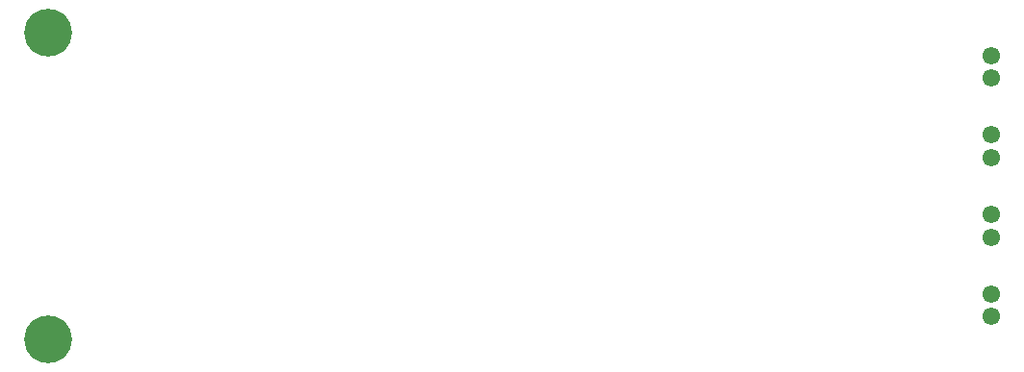
<source format=gbs>
G04 Layer_Color=8150272*
%FSAX25Y25*%
%MOIN*%
G70*
G01*
G75*
%ADD69C,0.16548*%
%ADD70C,0.06115*%
D69*
X0123622Y0222047D02*
D03*
Y0115748D02*
D03*
D70*
X0450197Y0123622D02*
D03*
Y0131496D02*
D03*
Y0151181D02*
D03*
Y0159055D02*
D03*
Y0178740D02*
D03*
Y0186614D02*
D03*
Y0206299D02*
D03*
Y0214173D02*
D03*
M02*

</source>
